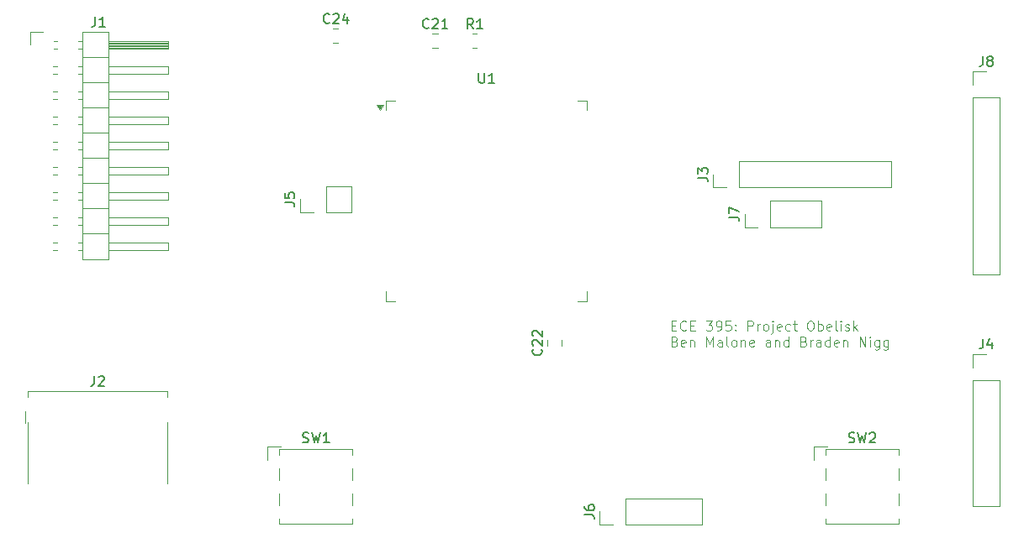
<source format=gbr>
%TF.GenerationSoftware,KiCad,Pcbnew,8.0.6*%
%TF.CreationDate,2024-11-07T17:09:19-06:00*%
%TF.ProjectId,CameraAI_PCB,43616d65-7261-4414-995f-5043422e6b69,rev?*%
%TF.SameCoordinates,Original*%
%TF.FileFunction,Legend,Top*%
%TF.FilePolarity,Positive*%
%FSLAX46Y46*%
G04 Gerber Fmt 4.6, Leading zero omitted, Abs format (unit mm)*
G04 Created by KiCad (PCBNEW 8.0.6) date 2024-11-07 17:09:19*
%MOMM*%
%LPD*%
G01*
G04 APERTURE LIST*
%ADD10C,0.100000*%
%ADD11C,0.150000*%
%ADD12C,0.120000*%
G04 APERTURE END LIST*
D10*
X157803884Y-83238665D02*
X158137217Y-83238665D01*
X158280074Y-83762475D02*
X157803884Y-83762475D01*
X157803884Y-83762475D02*
X157803884Y-82762475D01*
X157803884Y-82762475D02*
X158280074Y-82762475D01*
X159280074Y-83667236D02*
X159232455Y-83714856D01*
X159232455Y-83714856D02*
X159089598Y-83762475D01*
X159089598Y-83762475D02*
X158994360Y-83762475D01*
X158994360Y-83762475D02*
X158851503Y-83714856D01*
X158851503Y-83714856D02*
X158756265Y-83619617D01*
X158756265Y-83619617D02*
X158708646Y-83524379D01*
X158708646Y-83524379D02*
X158661027Y-83333903D01*
X158661027Y-83333903D02*
X158661027Y-83191046D01*
X158661027Y-83191046D02*
X158708646Y-83000570D01*
X158708646Y-83000570D02*
X158756265Y-82905332D01*
X158756265Y-82905332D02*
X158851503Y-82810094D01*
X158851503Y-82810094D02*
X158994360Y-82762475D01*
X158994360Y-82762475D02*
X159089598Y-82762475D01*
X159089598Y-82762475D02*
X159232455Y-82810094D01*
X159232455Y-82810094D02*
X159280074Y-82857713D01*
X159708646Y-83238665D02*
X160041979Y-83238665D01*
X160184836Y-83762475D02*
X159708646Y-83762475D01*
X159708646Y-83762475D02*
X159708646Y-82762475D01*
X159708646Y-82762475D02*
X160184836Y-82762475D01*
X161280075Y-82762475D02*
X161899122Y-82762475D01*
X161899122Y-82762475D02*
X161565789Y-83143427D01*
X161565789Y-83143427D02*
X161708646Y-83143427D01*
X161708646Y-83143427D02*
X161803884Y-83191046D01*
X161803884Y-83191046D02*
X161851503Y-83238665D01*
X161851503Y-83238665D02*
X161899122Y-83333903D01*
X161899122Y-83333903D02*
X161899122Y-83571998D01*
X161899122Y-83571998D02*
X161851503Y-83667236D01*
X161851503Y-83667236D02*
X161803884Y-83714856D01*
X161803884Y-83714856D02*
X161708646Y-83762475D01*
X161708646Y-83762475D02*
X161422932Y-83762475D01*
X161422932Y-83762475D02*
X161327694Y-83714856D01*
X161327694Y-83714856D02*
X161280075Y-83667236D01*
X162375313Y-83762475D02*
X162565789Y-83762475D01*
X162565789Y-83762475D02*
X162661027Y-83714856D01*
X162661027Y-83714856D02*
X162708646Y-83667236D01*
X162708646Y-83667236D02*
X162803884Y-83524379D01*
X162803884Y-83524379D02*
X162851503Y-83333903D01*
X162851503Y-83333903D02*
X162851503Y-82952951D01*
X162851503Y-82952951D02*
X162803884Y-82857713D01*
X162803884Y-82857713D02*
X162756265Y-82810094D01*
X162756265Y-82810094D02*
X162661027Y-82762475D01*
X162661027Y-82762475D02*
X162470551Y-82762475D01*
X162470551Y-82762475D02*
X162375313Y-82810094D01*
X162375313Y-82810094D02*
X162327694Y-82857713D01*
X162327694Y-82857713D02*
X162280075Y-82952951D01*
X162280075Y-82952951D02*
X162280075Y-83191046D01*
X162280075Y-83191046D02*
X162327694Y-83286284D01*
X162327694Y-83286284D02*
X162375313Y-83333903D01*
X162375313Y-83333903D02*
X162470551Y-83381522D01*
X162470551Y-83381522D02*
X162661027Y-83381522D01*
X162661027Y-83381522D02*
X162756265Y-83333903D01*
X162756265Y-83333903D02*
X162803884Y-83286284D01*
X162803884Y-83286284D02*
X162851503Y-83191046D01*
X163756265Y-82762475D02*
X163280075Y-82762475D01*
X163280075Y-82762475D02*
X163232456Y-83238665D01*
X163232456Y-83238665D02*
X163280075Y-83191046D01*
X163280075Y-83191046D02*
X163375313Y-83143427D01*
X163375313Y-83143427D02*
X163613408Y-83143427D01*
X163613408Y-83143427D02*
X163708646Y-83191046D01*
X163708646Y-83191046D02*
X163756265Y-83238665D01*
X163756265Y-83238665D02*
X163803884Y-83333903D01*
X163803884Y-83333903D02*
X163803884Y-83571998D01*
X163803884Y-83571998D02*
X163756265Y-83667236D01*
X163756265Y-83667236D02*
X163708646Y-83714856D01*
X163708646Y-83714856D02*
X163613408Y-83762475D01*
X163613408Y-83762475D02*
X163375313Y-83762475D01*
X163375313Y-83762475D02*
X163280075Y-83714856D01*
X163280075Y-83714856D02*
X163232456Y-83667236D01*
X164232456Y-83667236D02*
X164280075Y-83714856D01*
X164280075Y-83714856D02*
X164232456Y-83762475D01*
X164232456Y-83762475D02*
X164184837Y-83714856D01*
X164184837Y-83714856D02*
X164232456Y-83667236D01*
X164232456Y-83667236D02*
X164232456Y-83762475D01*
X164232456Y-83143427D02*
X164280075Y-83191046D01*
X164280075Y-83191046D02*
X164232456Y-83238665D01*
X164232456Y-83238665D02*
X164184837Y-83191046D01*
X164184837Y-83191046D02*
X164232456Y-83143427D01*
X164232456Y-83143427D02*
X164232456Y-83238665D01*
X165470551Y-83762475D02*
X165470551Y-82762475D01*
X165470551Y-82762475D02*
X165851503Y-82762475D01*
X165851503Y-82762475D02*
X165946741Y-82810094D01*
X165946741Y-82810094D02*
X165994360Y-82857713D01*
X165994360Y-82857713D02*
X166041979Y-82952951D01*
X166041979Y-82952951D02*
X166041979Y-83095808D01*
X166041979Y-83095808D02*
X165994360Y-83191046D01*
X165994360Y-83191046D02*
X165946741Y-83238665D01*
X165946741Y-83238665D02*
X165851503Y-83286284D01*
X165851503Y-83286284D02*
X165470551Y-83286284D01*
X166470551Y-83762475D02*
X166470551Y-83095808D01*
X166470551Y-83286284D02*
X166518170Y-83191046D01*
X166518170Y-83191046D02*
X166565789Y-83143427D01*
X166565789Y-83143427D02*
X166661027Y-83095808D01*
X166661027Y-83095808D02*
X166756265Y-83095808D01*
X167232456Y-83762475D02*
X167137218Y-83714856D01*
X167137218Y-83714856D02*
X167089599Y-83667236D01*
X167089599Y-83667236D02*
X167041980Y-83571998D01*
X167041980Y-83571998D02*
X167041980Y-83286284D01*
X167041980Y-83286284D02*
X167089599Y-83191046D01*
X167089599Y-83191046D02*
X167137218Y-83143427D01*
X167137218Y-83143427D02*
X167232456Y-83095808D01*
X167232456Y-83095808D02*
X167375313Y-83095808D01*
X167375313Y-83095808D02*
X167470551Y-83143427D01*
X167470551Y-83143427D02*
X167518170Y-83191046D01*
X167518170Y-83191046D02*
X167565789Y-83286284D01*
X167565789Y-83286284D02*
X167565789Y-83571998D01*
X167565789Y-83571998D02*
X167518170Y-83667236D01*
X167518170Y-83667236D02*
X167470551Y-83714856D01*
X167470551Y-83714856D02*
X167375313Y-83762475D01*
X167375313Y-83762475D02*
X167232456Y-83762475D01*
X167994361Y-83095808D02*
X167994361Y-83952951D01*
X167994361Y-83952951D02*
X167946742Y-84048189D01*
X167946742Y-84048189D02*
X167851504Y-84095808D01*
X167851504Y-84095808D02*
X167803885Y-84095808D01*
X167994361Y-82762475D02*
X167946742Y-82810094D01*
X167946742Y-82810094D02*
X167994361Y-82857713D01*
X167994361Y-82857713D02*
X168041980Y-82810094D01*
X168041980Y-82810094D02*
X167994361Y-82762475D01*
X167994361Y-82762475D02*
X167994361Y-82857713D01*
X168851503Y-83714856D02*
X168756265Y-83762475D01*
X168756265Y-83762475D02*
X168565789Y-83762475D01*
X168565789Y-83762475D02*
X168470551Y-83714856D01*
X168470551Y-83714856D02*
X168422932Y-83619617D01*
X168422932Y-83619617D02*
X168422932Y-83238665D01*
X168422932Y-83238665D02*
X168470551Y-83143427D01*
X168470551Y-83143427D02*
X168565789Y-83095808D01*
X168565789Y-83095808D02*
X168756265Y-83095808D01*
X168756265Y-83095808D02*
X168851503Y-83143427D01*
X168851503Y-83143427D02*
X168899122Y-83238665D01*
X168899122Y-83238665D02*
X168899122Y-83333903D01*
X168899122Y-83333903D02*
X168422932Y-83429141D01*
X169756265Y-83714856D02*
X169661027Y-83762475D01*
X169661027Y-83762475D02*
X169470551Y-83762475D01*
X169470551Y-83762475D02*
X169375313Y-83714856D01*
X169375313Y-83714856D02*
X169327694Y-83667236D01*
X169327694Y-83667236D02*
X169280075Y-83571998D01*
X169280075Y-83571998D02*
X169280075Y-83286284D01*
X169280075Y-83286284D02*
X169327694Y-83191046D01*
X169327694Y-83191046D02*
X169375313Y-83143427D01*
X169375313Y-83143427D02*
X169470551Y-83095808D01*
X169470551Y-83095808D02*
X169661027Y-83095808D01*
X169661027Y-83095808D02*
X169756265Y-83143427D01*
X170041980Y-83095808D02*
X170422932Y-83095808D01*
X170184837Y-82762475D02*
X170184837Y-83619617D01*
X170184837Y-83619617D02*
X170232456Y-83714856D01*
X170232456Y-83714856D02*
X170327694Y-83762475D01*
X170327694Y-83762475D02*
X170422932Y-83762475D01*
X171708647Y-82762475D02*
X171899123Y-82762475D01*
X171899123Y-82762475D02*
X171994361Y-82810094D01*
X171994361Y-82810094D02*
X172089599Y-82905332D01*
X172089599Y-82905332D02*
X172137218Y-83095808D01*
X172137218Y-83095808D02*
X172137218Y-83429141D01*
X172137218Y-83429141D02*
X172089599Y-83619617D01*
X172089599Y-83619617D02*
X171994361Y-83714856D01*
X171994361Y-83714856D02*
X171899123Y-83762475D01*
X171899123Y-83762475D02*
X171708647Y-83762475D01*
X171708647Y-83762475D02*
X171613409Y-83714856D01*
X171613409Y-83714856D02*
X171518171Y-83619617D01*
X171518171Y-83619617D02*
X171470552Y-83429141D01*
X171470552Y-83429141D02*
X171470552Y-83095808D01*
X171470552Y-83095808D02*
X171518171Y-82905332D01*
X171518171Y-82905332D02*
X171613409Y-82810094D01*
X171613409Y-82810094D02*
X171708647Y-82762475D01*
X172565790Y-83762475D02*
X172565790Y-82762475D01*
X172565790Y-83143427D02*
X172661028Y-83095808D01*
X172661028Y-83095808D02*
X172851504Y-83095808D01*
X172851504Y-83095808D02*
X172946742Y-83143427D01*
X172946742Y-83143427D02*
X172994361Y-83191046D01*
X172994361Y-83191046D02*
X173041980Y-83286284D01*
X173041980Y-83286284D02*
X173041980Y-83571998D01*
X173041980Y-83571998D02*
X172994361Y-83667236D01*
X172994361Y-83667236D02*
X172946742Y-83714856D01*
X172946742Y-83714856D02*
X172851504Y-83762475D01*
X172851504Y-83762475D02*
X172661028Y-83762475D01*
X172661028Y-83762475D02*
X172565790Y-83714856D01*
X173851504Y-83714856D02*
X173756266Y-83762475D01*
X173756266Y-83762475D02*
X173565790Y-83762475D01*
X173565790Y-83762475D02*
X173470552Y-83714856D01*
X173470552Y-83714856D02*
X173422933Y-83619617D01*
X173422933Y-83619617D02*
X173422933Y-83238665D01*
X173422933Y-83238665D02*
X173470552Y-83143427D01*
X173470552Y-83143427D02*
X173565790Y-83095808D01*
X173565790Y-83095808D02*
X173756266Y-83095808D01*
X173756266Y-83095808D02*
X173851504Y-83143427D01*
X173851504Y-83143427D02*
X173899123Y-83238665D01*
X173899123Y-83238665D02*
X173899123Y-83333903D01*
X173899123Y-83333903D02*
X173422933Y-83429141D01*
X174470552Y-83762475D02*
X174375314Y-83714856D01*
X174375314Y-83714856D02*
X174327695Y-83619617D01*
X174327695Y-83619617D02*
X174327695Y-82762475D01*
X174851505Y-83762475D02*
X174851505Y-83095808D01*
X174851505Y-82762475D02*
X174803886Y-82810094D01*
X174803886Y-82810094D02*
X174851505Y-82857713D01*
X174851505Y-82857713D02*
X174899124Y-82810094D01*
X174899124Y-82810094D02*
X174851505Y-82762475D01*
X174851505Y-82762475D02*
X174851505Y-82857713D01*
X175280076Y-83714856D02*
X175375314Y-83762475D01*
X175375314Y-83762475D02*
X175565790Y-83762475D01*
X175565790Y-83762475D02*
X175661028Y-83714856D01*
X175661028Y-83714856D02*
X175708647Y-83619617D01*
X175708647Y-83619617D02*
X175708647Y-83571998D01*
X175708647Y-83571998D02*
X175661028Y-83476760D01*
X175661028Y-83476760D02*
X175565790Y-83429141D01*
X175565790Y-83429141D02*
X175422933Y-83429141D01*
X175422933Y-83429141D02*
X175327695Y-83381522D01*
X175327695Y-83381522D02*
X175280076Y-83286284D01*
X175280076Y-83286284D02*
X175280076Y-83238665D01*
X175280076Y-83238665D02*
X175327695Y-83143427D01*
X175327695Y-83143427D02*
X175422933Y-83095808D01*
X175422933Y-83095808D02*
X175565790Y-83095808D01*
X175565790Y-83095808D02*
X175661028Y-83143427D01*
X176137219Y-83762475D02*
X176137219Y-82762475D01*
X176232457Y-83381522D02*
X176518171Y-83762475D01*
X176518171Y-83095808D02*
X176137219Y-83476760D01*
X158137217Y-84848609D02*
X158280074Y-84896228D01*
X158280074Y-84896228D02*
X158327693Y-84943847D01*
X158327693Y-84943847D02*
X158375312Y-85039085D01*
X158375312Y-85039085D02*
X158375312Y-85181942D01*
X158375312Y-85181942D02*
X158327693Y-85277180D01*
X158327693Y-85277180D02*
X158280074Y-85324800D01*
X158280074Y-85324800D02*
X158184836Y-85372419D01*
X158184836Y-85372419D02*
X157803884Y-85372419D01*
X157803884Y-85372419D02*
X157803884Y-84372419D01*
X157803884Y-84372419D02*
X158137217Y-84372419D01*
X158137217Y-84372419D02*
X158232455Y-84420038D01*
X158232455Y-84420038D02*
X158280074Y-84467657D01*
X158280074Y-84467657D02*
X158327693Y-84562895D01*
X158327693Y-84562895D02*
X158327693Y-84658133D01*
X158327693Y-84658133D02*
X158280074Y-84753371D01*
X158280074Y-84753371D02*
X158232455Y-84800990D01*
X158232455Y-84800990D02*
X158137217Y-84848609D01*
X158137217Y-84848609D02*
X157803884Y-84848609D01*
X159184836Y-85324800D02*
X159089598Y-85372419D01*
X159089598Y-85372419D02*
X158899122Y-85372419D01*
X158899122Y-85372419D02*
X158803884Y-85324800D01*
X158803884Y-85324800D02*
X158756265Y-85229561D01*
X158756265Y-85229561D02*
X158756265Y-84848609D01*
X158756265Y-84848609D02*
X158803884Y-84753371D01*
X158803884Y-84753371D02*
X158899122Y-84705752D01*
X158899122Y-84705752D02*
X159089598Y-84705752D01*
X159089598Y-84705752D02*
X159184836Y-84753371D01*
X159184836Y-84753371D02*
X159232455Y-84848609D01*
X159232455Y-84848609D02*
X159232455Y-84943847D01*
X159232455Y-84943847D02*
X158756265Y-85039085D01*
X159661027Y-84705752D02*
X159661027Y-85372419D01*
X159661027Y-84800990D02*
X159708646Y-84753371D01*
X159708646Y-84753371D02*
X159803884Y-84705752D01*
X159803884Y-84705752D02*
X159946741Y-84705752D01*
X159946741Y-84705752D02*
X160041979Y-84753371D01*
X160041979Y-84753371D02*
X160089598Y-84848609D01*
X160089598Y-84848609D02*
X160089598Y-85372419D01*
X161327694Y-85372419D02*
X161327694Y-84372419D01*
X161327694Y-84372419D02*
X161661027Y-85086704D01*
X161661027Y-85086704D02*
X161994360Y-84372419D01*
X161994360Y-84372419D02*
X161994360Y-85372419D01*
X162899122Y-85372419D02*
X162899122Y-84848609D01*
X162899122Y-84848609D02*
X162851503Y-84753371D01*
X162851503Y-84753371D02*
X162756265Y-84705752D01*
X162756265Y-84705752D02*
X162565789Y-84705752D01*
X162565789Y-84705752D02*
X162470551Y-84753371D01*
X162899122Y-85324800D02*
X162803884Y-85372419D01*
X162803884Y-85372419D02*
X162565789Y-85372419D01*
X162565789Y-85372419D02*
X162470551Y-85324800D01*
X162470551Y-85324800D02*
X162422932Y-85229561D01*
X162422932Y-85229561D02*
X162422932Y-85134323D01*
X162422932Y-85134323D02*
X162470551Y-85039085D01*
X162470551Y-85039085D02*
X162565789Y-84991466D01*
X162565789Y-84991466D02*
X162803884Y-84991466D01*
X162803884Y-84991466D02*
X162899122Y-84943847D01*
X163518170Y-85372419D02*
X163422932Y-85324800D01*
X163422932Y-85324800D02*
X163375313Y-85229561D01*
X163375313Y-85229561D02*
X163375313Y-84372419D01*
X164041980Y-85372419D02*
X163946742Y-85324800D01*
X163946742Y-85324800D02*
X163899123Y-85277180D01*
X163899123Y-85277180D02*
X163851504Y-85181942D01*
X163851504Y-85181942D02*
X163851504Y-84896228D01*
X163851504Y-84896228D02*
X163899123Y-84800990D01*
X163899123Y-84800990D02*
X163946742Y-84753371D01*
X163946742Y-84753371D02*
X164041980Y-84705752D01*
X164041980Y-84705752D02*
X164184837Y-84705752D01*
X164184837Y-84705752D02*
X164280075Y-84753371D01*
X164280075Y-84753371D02*
X164327694Y-84800990D01*
X164327694Y-84800990D02*
X164375313Y-84896228D01*
X164375313Y-84896228D02*
X164375313Y-85181942D01*
X164375313Y-85181942D02*
X164327694Y-85277180D01*
X164327694Y-85277180D02*
X164280075Y-85324800D01*
X164280075Y-85324800D02*
X164184837Y-85372419D01*
X164184837Y-85372419D02*
X164041980Y-85372419D01*
X164803885Y-84705752D02*
X164803885Y-85372419D01*
X164803885Y-84800990D02*
X164851504Y-84753371D01*
X164851504Y-84753371D02*
X164946742Y-84705752D01*
X164946742Y-84705752D02*
X165089599Y-84705752D01*
X165089599Y-84705752D02*
X165184837Y-84753371D01*
X165184837Y-84753371D02*
X165232456Y-84848609D01*
X165232456Y-84848609D02*
X165232456Y-85372419D01*
X166089599Y-85324800D02*
X165994361Y-85372419D01*
X165994361Y-85372419D02*
X165803885Y-85372419D01*
X165803885Y-85372419D02*
X165708647Y-85324800D01*
X165708647Y-85324800D02*
X165661028Y-85229561D01*
X165661028Y-85229561D02*
X165661028Y-84848609D01*
X165661028Y-84848609D02*
X165708647Y-84753371D01*
X165708647Y-84753371D02*
X165803885Y-84705752D01*
X165803885Y-84705752D02*
X165994361Y-84705752D01*
X165994361Y-84705752D02*
X166089599Y-84753371D01*
X166089599Y-84753371D02*
X166137218Y-84848609D01*
X166137218Y-84848609D02*
X166137218Y-84943847D01*
X166137218Y-84943847D02*
X165661028Y-85039085D01*
X167756266Y-85372419D02*
X167756266Y-84848609D01*
X167756266Y-84848609D02*
X167708647Y-84753371D01*
X167708647Y-84753371D02*
X167613409Y-84705752D01*
X167613409Y-84705752D02*
X167422933Y-84705752D01*
X167422933Y-84705752D02*
X167327695Y-84753371D01*
X167756266Y-85324800D02*
X167661028Y-85372419D01*
X167661028Y-85372419D02*
X167422933Y-85372419D01*
X167422933Y-85372419D02*
X167327695Y-85324800D01*
X167327695Y-85324800D02*
X167280076Y-85229561D01*
X167280076Y-85229561D02*
X167280076Y-85134323D01*
X167280076Y-85134323D02*
X167327695Y-85039085D01*
X167327695Y-85039085D02*
X167422933Y-84991466D01*
X167422933Y-84991466D02*
X167661028Y-84991466D01*
X167661028Y-84991466D02*
X167756266Y-84943847D01*
X168232457Y-84705752D02*
X168232457Y-85372419D01*
X168232457Y-84800990D02*
X168280076Y-84753371D01*
X168280076Y-84753371D02*
X168375314Y-84705752D01*
X168375314Y-84705752D02*
X168518171Y-84705752D01*
X168518171Y-84705752D02*
X168613409Y-84753371D01*
X168613409Y-84753371D02*
X168661028Y-84848609D01*
X168661028Y-84848609D02*
X168661028Y-85372419D01*
X169565790Y-85372419D02*
X169565790Y-84372419D01*
X169565790Y-85324800D02*
X169470552Y-85372419D01*
X169470552Y-85372419D02*
X169280076Y-85372419D01*
X169280076Y-85372419D02*
X169184838Y-85324800D01*
X169184838Y-85324800D02*
X169137219Y-85277180D01*
X169137219Y-85277180D02*
X169089600Y-85181942D01*
X169089600Y-85181942D02*
X169089600Y-84896228D01*
X169089600Y-84896228D02*
X169137219Y-84800990D01*
X169137219Y-84800990D02*
X169184838Y-84753371D01*
X169184838Y-84753371D02*
X169280076Y-84705752D01*
X169280076Y-84705752D02*
X169470552Y-84705752D01*
X169470552Y-84705752D02*
X169565790Y-84753371D01*
X171137219Y-84848609D02*
X171280076Y-84896228D01*
X171280076Y-84896228D02*
X171327695Y-84943847D01*
X171327695Y-84943847D02*
X171375314Y-85039085D01*
X171375314Y-85039085D02*
X171375314Y-85181942D01*
X171375314Y-85181942D02*
X171327695Y-85277180D01*
X171327695Y-85277180D02*
X171280076Y-85324800D01*
X171280076Y-85324800D02*
X171184838Y-85372419D01*
X171184838Y-85372419D02*
X170803886Y-85372419D01*
X170803886Y-85372419D02*
X170803886Y-84372419D01*
X170803886Y-84372419D02*
X171137219Y-84372419D01*
X171137219Y-84372419D02*
X171232457Y-84420038D01*
X171232457Y-84420038D02*
X171280076Y-84467657D01*
X171280076Y-84467657D02*
X171327695Y-84562895D01*
X171327695Y-84562895D02*
X171327695Y-84658133D01*
X171327695Y-84658133D02*
X171280076Y-84753371D01*
X171280076Y-84753371D02*
X171232457Y-84800990D01*
X171232457Y-84800990D02*
X171137219Y-84848609D01*
X171137219Y-84848609D02*
X170803886Y-84848609D01*
X171803886Y-85372419D02*
X171803886Y-84705752D01*
X171803886Y-84896228D02*
X171851505Y-84800990D01*
X171851505Y-84800990D02*
X171899124Y-84753371D01*
X171899124Y-84753371D02*
X171994362Y-84705752D01*
X171994362Y-84705752D02*
X172089600Y-84705752D01*
X172851505Y-85372419D02*
X172851505Y-84848609D01*
X172851505Y-84848609D02*
X172803886Y-84753371D01*
X172803886Y-84753371D02*
X172708648Y-84705752D01*
X172708648Y-84705752D02*
X172518172Y-84705752D01*
X172518172Y-84705752D02*
X172422934Y-84753371D01*
X172851505Y-85324800D02*
X172756267Y-85372419D01*
X172756267Y-85372419D02*
X172518172Y-85372419D01*
X172518172Y-85372419D02*
X172422934Y-85324800D01*
X172422934Y-85324800D02*
X172375315Y-85229561D01*
X172375315Y-85229561D02*
X172375315Y-85134323D01*
X172375315Y-85134323D02*
X172422934Y-85039085D01*
X172422934Y-85039085D02*
X172518172Y-84991466D01*
X172518172Y-84991466D02*
X172756267Y-84991466D01*
X172756267Y-84991466D02*
X172851505Y-84943847D01*
X173756267Y-85372419D02*
X173756267Y-84372419D01*
X173756267Y-85324800D02*
X173661029Y-85372419D01*
X173661029Y-85372419D02*
X173470553Y-85372419D01*
X173470553Y-85372419D02*
X173375315Y-85324800D01*
X173375315Y-85324800D02*
X173327696Y-85277180D01*
X173327696Y-85277180D02*
X173280077Y-85181942D01*
X173280077Y-85181942D02*
X173280077Y-84896228D01*
X173280077Y-84896228D02*
X173327696Y-84800990D01*
X173327696Y-84800990D02*
X173375315Y-84753371D01*
X173375315Y-84753371D02*
X173470553Y-84705752D01*
X173470553Y-84705752D02*
X173661029Y-84705752D01*
X173661029Y-84705752D02*
X173756267Y-84753371D01*
X174613410Y-85324800D02*
X174518172Y-85372419D01*
X174518172Y-85372419D02*
X174327696Y-85372419D01*
X174327696Y-85372419D02*
X174232458Y-85324800D01*
X174232458Y-85324800D02*
X174184839Y-85229561D01*
X174184839Y-85229561D02*
X174184839Y-84848609D01*
X174184839Y-84848609D02*
X174232458Y-84753371D01*
X174232458Y-84753371D02*
X174327696Y-84705752D01*
X174327696Y-84705752D02*
X174518172Y-84705752D01*
X174518172Y-84705752D02*
X174613410Y-84753371D01*
X174613410Y-84753371D02*
X174661029Y-84848609D01*
X174661029Y-84848609D02*
X174661029Y-84943847D01*
X174661029Y-84943847D02*
X174184839Y-85039085D01*
X175089601Y-84705752D02*
X175089601Y-85372419D01*
X175089601Y-84800990D02*
X175137220Y-84753371D01*
X175137220Y-84753371D02*
X175232458Y-84705752D01*
X175232458Y-84705752D02*
X175375315Y-84705752D01*
X175375315Y-84705752D02*
X175470553Y-84753371D01*
X175470553Y-84753371D02*
X175518172Y-84848609D01*
X175518172Y-84848609D02*
X175518172Y-85372419D01*
X176756268Y-85372419D02*
X176756268Y-84372419D01*
X176756268Y-84372419D02*
X177327696Y-85372419D01*
X177327696Y-85372419D02*
X177327696Y-84372419D01*
X177803887Y-85372419D02*
X177803887Y-84705752D01*
X177803887Y-84372419D02*
X177756268Y-84420038D01*
X177756268Y-84420038D02*
X177803887Y-84467657D01*
X177803887Y-84467657D02*
X177851506Y-84420038D01*
X177851506Y-84420038D02*
X177803887Y-84372419D01*
X177803887Y-84372419D02*
X177803887Y-84467657D01*
X178708648Y-84705752D02*
X178708648Y-85515276D01*
X178708648Y-85515276D02*
X178661029Y-85610514D01*
X178661029Y-85610514D02*
X178613410Y-85658133D01*
X178613410Y-85658133D02*
X178518172Y-85705752D01*
X178518172Y-85705752D02*
X178375315Y-85705752D01*
X178375315Y-85705752D02*
X178280077Y-85658133D01*
X178708648Y-85324800D02*
X178613410Y-85372419D01*
X178613410Y-85372419D02*
X178422934Y-85372419D01*
X178422934Y-85372419D02*
X178327696Y-85324800D01*
X178327696Y-85324800D02*
X178280077Y-85277180D01*
X178280077Y-85277180D02*
X178232458Y-85181942D01*
X178232458Y-85181942D02*
X178232458Y-84896228D01*
X178232458Y-84896228D02*
X178280077Y-84800990D01*
X178280077Y-84800990D02*
X178327696Y-84753371D01*
X178327696Y-84753371D02*
X178422934Y-84705752D01*
X178422934Y-84705752D02*
X178613410Y-84705752D01*
X178613410Y-84705752D02*
X178708648Y-84753371D01*
X179613410Y-84705752D02*
X179613410Y-85515276D01*
X179613410Y-85515276D02*
X179565791Y-85610514D01*
X179565791Y-85610514D02*
X179518172Y-85658133D01*
X179518172Y-85658133D02*
X179422934Y-85705752D01*
X179422934Y-85705752D02*
X179280077Y-85705752D01*
X179280077Y-85705752D02*
X179184839Y-85658133D01*
X179613410Y-85324800D02*
X179518172Y-85372419D01*
X179518172Y-85372419D02*
X179327696Y-85372419D01*
X179327696Y-85372419D02*
X179232458Y-85324800D01*
X179232458Y-85324800D02*
X179184839Y-85277180D01*
X179184839Y-85277180D02*
X179137220Y-85181942D01*
X179137220Y-85181942D02*
X179137220Y-84896228D01*
X179137220Y-84896228D02*
X179184839Y-84800990D01*
X179184839Y-84800990D02*
X179232458Y-84753371D01*
X179232458Y-84753371D02*
X179327696Y-84705752D01*
X179327696Y-84705752D02*
X179518172Y-84705752D01*
X179518172Y-84705752D02*
X179613410Y-84753371D01*
D11*
X99781666Y-52104819D02*
X99781666Y-52819104D01*
X99781666Y-52819104D02*
X99734047Y-52961961D01*
X99734047Y-52961961D02*
X99638809Y-53057200D01*
X99638809Y-53057200D02*
X99495952Y-53104819D01*
X99495952Y-53104819D02*
X99400714Y-53104819D01*
X100781666Y-53104819D02*
X100210238Y-53104819D01*
X100495952Y-53104819D02*
X100495952Y-52104819D01*
X100495952Y-52104819D02*
X100400714Y-52247676D01*
X100400714Y-52247676D02*
X100305476Y-52342914D01*
X100305476Y-52342914D02*
X100210238Y-52390533D01*
X137833333Y-53304819D02*
X137500000Y-52828628D01*
X137261905Y-53304819D02*
X137261905Y-52304819D01*
X137261905Y-52304819D02*
X137642857Y-52304819D01*
X137642857Y-52304819D02*
X137738095Y-52352438D01*
X137738095Y-52352438D02*
X137785714Y-52400057D01*
X137785714Y-52400057D02*
X137833333Y-52495295D01*
X137833333Y-52495295D02*
X137833333Y-52638152D01*
X137833333Y-52638152D02*
X137785714Y-52733390D01*
X137785714Y-52733390D02*
X137738095Y-52781009D01*
X137738095Y-52781009D02*
X137642857Y-52828628D01*
X137642857Y-52828628D02*
X137261905Y-52828628D01*
X138785714Y-53304819D02*
X138214286Y-53304819D01*
X138500000Y-53304819D02*
X138500000Y-52304819D01*
X138500000Y-52304819D02*
X138404762Y-52447676D01*
X138404762Y-52447676D02*
X138309524Y-52542914D01*
X138309524Y-52542914D02*
X138214286Y-52590533D01*
X160464819Y-68333333D02*
X161179104Y-68333333D01*
X161179104Y-68333333D02*
X161321961Y-68380952D01*
X161321961Y-68380952D02*
X161417200Y-68476190D01*
X161417200Y-68476190D02*
X161464819Y-68619047D01*
X161464819Y-68619047D02*
X161464819Y-68714285D01*
X160464819Y-67952380D02*
X160464819Y-67333333D01*
X160464819Y-67333333D02*
X160845771Y-67666666D01*
X160845771Y-67666666D02*
X160845771Y-67523809D01*
X160845771Y-67523809D02*
X160893390Y-67428571D01*
X160893390Y-67428571D02*
X160941009Y-67380952D01*
X160941009Y-67380952D02*
X161036247Y-67333333D01*
X161036247Y-67333333D02*
X161274342Y-67333333D01*
X161274342Y-67333333D02*
X161369580Y-67380952D01*
X161369580Y-67380952D02*
X161417200Y-67428571D01*
X161417200Y-67428571D02*
X161464819Y-67523809D01*
X161464819Y-67523809D02*
X161464819Y-67809523D01*
X161464819Y-67809523D02*
X161417200Y-67904761D01*
X161417200Y-67904761D02*
X161369580Y-67952380D01*
X144679580Y-85642857D02*
X144727200Y-85690476D01*
X144727200Y-85690476D02*
X144774819Y-85833333D01*
X144774819Y-85833333D02*
X144774819Y-85928571D01*
X144774819Y-85928571D02*
X144727200Y-86071428D01*
X144727200Y-86071428D02*
X144631961Y-86166666D01*
X144631961Y-86166666D02*
X144536723Y-86214285D01*
X144536723Y-86214285D02*
X144346247Y-86261904D01*
X144346247Y-86261904D02*
X144203390Y-86261904D01*
X144203390Y-86261904D02*
X144012914Y-86214285D01*
X144012914Y-86214285D02*
X143917676Y-86166666D01*
X143917676Y-86166666D02*
X143822438Y-86071428D01*
X143822438Y-86071428D02*
X143774819Y-85928571D01*
X143774819Y-85928571D02*
X143774819Y-85833333D01*
X143774819Y-85833333D02*
X143822438Y-85690476D01*
X143822438Y-85690476D02*
X143870057Y-85642857D01*
X143870057Y-85261904D02*
X143822438Y-85214285D01*
X143822438Y-85214285D02*
X143774819Y-85119047D01*
X143774819Y-85119047D02*
X143774819Y-84880952D01*
X143774819Y-84880952D02*
X143822438Y-84785714D01*
X143822438Y-84785714D02*
X143870057Y-84738095D01*
X143870057Y-84738095D02*
X143965295Y-84690476D01*
X143965295Y-84690476D02*
X144060533Y-84690476D01*
X144060533Y-84690476D02*
X144203390Y-84738095D01*
X144203390Y-84738095D02*
X144774819Y-85309523D01*
X144774819Y-85309523D02*
X144774819Y-84690476D01*
X143870057Y-84309523D02*
X143822438Y-84261904D01*
X143822438Y-84261904D02*
X143774819Y-84166666D01*
X143774819Y-84166666D02*
X143774819Y-83928571D01*
X143774819Y-83928571D02*
X143822438Y-83833333D01*
X143822438Y-83833333D02*
X143870057Y-83785714D01*
X143870057Y-83785714D02*
X143965295Y-83738095D01*
X143965295Y-83738095D02*
X144060533Y-83738095D01*
X144060533Y-83738095D02*
X144203390Y-83785714D01*
X144203390Y-83785714D02*
X144774819Y-84357142D01*
X144774819Y-84357142D02*
X144774819Y-83738095D01*
X149044819Y-102333333D02*
X149759104Y-102333333D01*
X149759104Y-102333333D02*
X149901961Y-102380952D01*
X149901961Y-102380952D02*
X149997200Y-102476190D01*
X149997200Y-102476190D02*
X150044819Y-102619047D01*
X150044819Y-102619047D02*
X150044819Y-102714285D01*
X149044819Y-101428571D02*
X149044819Y-101619047D01*
X149044819Y-101619047D02*
X149092438Y-101714285D01*
X149092438Y-101714285D02*
X149140057Y-101761904D01*
X149140057Y-101761904D02*
X149282914Y-101857142D01*
X149282914Y-101857142D02*
X149473390Y-101904761D01*
X149473390Y-101904761D02*
X149854342Y-101904761D01*
X149854342Y-101904761D02*
X149949580Y-101857142D01*
X149949580Y-101857142D02*
X149997200Y-101809523D01*
X149997200Y-101809523D02*
X150044819Y-101714285D01*
X150044819Y-101714285D02*
X150044819Y-101523809D01*
X150044819Y-101523809D02*
X149997200Y-101428571D01*
X149997200Y-101428571D02*
X149949580Y-101380952D01*
X149949580Y-101380952D02*
X149854342Y-101333333D01*
X149854342Y-101333333D02*
X149616247Y-101333333D01*
X149616247Y-101333333D02*
X149521009Y-101380952D01*
X149521009Y-101380952D02*
X149473390Y-101428571D01*
X149473390Y-101428571D02*
X149425771Y-101523809D01*
X149425771Y-101523809D02*
X149425771Y-101714285D01*
X149425771Y-101714285D02*
X149473390Y-101809523D01*
X149473390Y-101809523D02*
X149521009Y-101857142D01*
X149521009Y-101857142D02*
X149616247Y-101904761D01*
X120666667Y-95007200D02*
X120809524Y-95054819D01*
X120809524Y-95054819D02*
X121047619Y-95054819D01*
X121047619Y-95054819D02*
X121142857Y-95007200D01*
X121142857Y-95007200D02*
X121190476Y-94959580D01*
X121190476Y-94959580D02*
X121238095Y-94864342D01*
X121238095Y-94864342D02*
X121238095Y-94769104D01*
X121238095Y-94769104D02*
X121190476Y-94673866D01*
X121190476Y-94673866D02*
X121142857Y-94626247D01*
X121142857Y-94626247D02*
X121047619Y-94578628D01*
X121047619Y-94578628D02*
X120857143Y-94531009D01*
X120857143Y-94531009D02*
X120761905Y-94483390D01*
X120761905Y-94483390D02*
X120714286Y-94435771D01*
X120714286Y-94435771D02*
X120666667Y-94340533D01*
X120666667Y-94340533D02*
X120666667Y-94245295D01*
X120666667Y-94245295D02*
X120714286Y-94150057D01*
X120714286Y-94150057D02*
X120761905Y-94102438D01*
X120761905Y-94102438D02*
X120857143Y-94054819D01*
X120857143Y-94054819D02*
X121095238Y-94054819D01*
X121095238Y-94054819D02*
X121238095Y-94102438D01*
X121571429Y-94054819D02*
X121809524Y-95054819D01*
X121809524Y-95054819D02*
X122000000Y-94340533D01*
X122000000Y-94340533D02*
X122190476Y-95054819D01*
X122190476Y-95054819D02*
X122428572Y-94054819D01*
X123333333Y-95054819D02*
X122761905Y-95054819D01*
X123047619Y-95054819D02*
X123047619Y-94054819D01*
X123047619Y-94054819D02*
X122952381Y-94197676D01*
X122952381Y-94197676D02*
X122857143Y-94292914D01*
X122857143Y-94292914D02*
X122761905Y-94340533D01*
X99666666Y-88354819D02*
X99666666Y-89069104D01*
X99666666Y-89069104D02*
X99619047Y-89211961D01*
X99619047Y-89211961D02*
X99523809Y-89307200D01*
X99523809Y-89307200D02*
X99380952Y-89354819D01*
X99380952Y-89354819D02*
X99285714Y-89354819D01*
X100095238Y-88450057D02*
X100142857Y-88402438D01*
X100142857Y-88402438D02*
X100238095Y-88354819D01*
X100238095Y-88354819D02*
X100476190Y-88354819D01*
X100476190Y-88354819D02*
X100571428Y-88402438D01*
X100571428Y-88402438D02*
X100619047Y-88450057D01*
X100619047Y-88450057D02*
X100666666Y-88545295D01*
X100666666Y-88545295D02*
X100666666Y-88640533D01*
X100666666Y-88640533D02*
X100619047Y-88783390D01*
X100619047Y-88783390D02*
X100047619Y-89354819D01*
X100047619Y-89354819D02*
X100666666Y-89354819D01*
X163624819Y-72333333D02*
X164339104Y-72333333D01*
X164339104Y-72333333D02*
X164481961Y-72380952D01*
X164481961Y-72380952D02*
X164577200Y-72476190D01*
X164577200Y-72476190D02*
X164624819Y-72619047D01*
X164624819Y-72619047D02*
X164624819Y-72714285D01*
X163624819Y-71952380D02*
X163624819Y-71285714D01*
X163624819Y-71285714D02*
X164624819Y-71714285D01*
X123357142Y-52679580D02*
X123309523Y-52727200D01*
X123309523Y-52727200D02*
X123166666Y-52774819D01*
X123166666Y-52774819D02*
X123071428Y-52774819D01*
X123071428Y-52774819D02*
X122928571Y-52727200D01*
X122928571Y-52727200D02*
X122833333Y-52631961D01*
X122833333Y-52631961D02*
X122785714Y-52536723D01*
X122785714Y-52536723D02*
X122738095Y-52346247D01*
X122738095Y-52346247D02*
X122738095Y-52203390D01*
X122738095Y-52203390D02*
X122785714Y-52012914D01*
X122785714Y-52012914D02*
X122833333Y-51917676D01*
X122833333Y-51917676D02*
X122928571Y-51822438D01*
X122928571Y-51822438D02*
X123071428Y-51774819D01*
X123071428Y-51774819D02*
X123166666Y-51774819D01*
X123166666Y-51774819D02*
X123309523Y-51822438D01*
X123309523Y-51822438D02*
X123357142Y-51870057D01*
X123738095Y-51870057D02*
X123785714Y-51822438D01*
X123785714Y-51822438D02*
X123880952Y-51774819D01*
X123880952Y-51774819D02*
X124119047Y-51774819D01*
X124119047Y-51774819D02*
X124214285Y-51822438D01*
X124214285Y-51822438D02*
X124261904Y-51870057D01*
X124261904Y-51870057D02*
X124309523Y-51965295D01*
X124309523Y-51965295D02*
X124309523Y-52060533D01*
X124309523Y-52060533D02*
X124261904Y-52203390D01*
X124261904Y-52203390D02*
X123690476Y-52774819D01*
X123690476Y-52774819D02*
X124309523Y-52774819D01*
X125166666Y-52108152D02*
X125166666Y-52774819D01*
X124928571Y-51727200D02*
X124690476Y-52441485D01*
X124690476Y-52441485D02*
X125309523Y-52441485D01*
X175666667Y-95007200D02*
X175809524Y-95054819D01*
X175809524Y-95054819D02*
X176047619Y-95054819D01*
X176047619Y-95054819D02*
X176142857Y-95007200D01*
X176142857Y-95007200D02*
X176190476Y-94959580D01*
X176190476Y-94959580D02*
X176238095Y-94864342D01*
X176238095Y-94864342D02*
X176238095Y-94769104D01*
X176238095Y-94769104D02*
X176190476Y-94673866D01*
X176190476Y-94673866D02*
X176142857Y-94626247D01*
X176142857Y-94626247D02*
X176047619Y-94578628D01*
X176047619Y-94578628D02*
X175857143Y-94531009D01*
X175857143Y-94531009D02*
X175761905Y-94483390D01*
X175761905Y-94483390D02*
X175714286Y-94435771D01*
X175714286Y-94435771D02*
X175666667Y-94340533D01*
X175666667Y-94340533D02*
X175666667Y-94245295D01*
X175666667Y-94245295D02*
X175714286Y-94150057D01*
X175714286Y-94150057D02*
X175761905Y-94102438D01*
X175761905Y-94102438D02*
X175857143Y-94054819D01*
X175857143Y-94054819D02*
X176095238Y-94054819D01*
X176095238Y-94054819D02*
X176238095Y-94102438D01*
X176571429Y-94054819D02*
X176809524Y-95054819D01*
X176809524Y-95054819D02*
X177000000Y-94340533D01*
X177000000Y-94340533D02*
X177190476Y-95054819D01*
X177190476Y-95054819D02*
X177428572Y-94054819D01*
X177761905Y-94150057D02*
X177809524Y-94102438D01*
X177809524Y-94102438D02*
X177904762Y-94054819D01*
X177904762Y-94054819D02*
X178142857Y-94054819D01*
X178142857Y-94054819D02*
X178238095Y-94102438D01*
X178238095Y-94102438D02*
X178285714Y-94150057D01*
X178285714Y-94150057D02*
X178333333Y-94245295D01*
X178333333Y-94245295D02*
X178333333Y-94340533D01*
X178333333Y-94340533D02*
X178285714Y-94483390D01*
X178285714Y-94483390D02*
X177714286Y-95054819D01*
X177714286Y-95054819D02*
X178333333Y-95054819D01*
X118849819Y-70833333D02*
X119564104Y-70833333D01*
X119564104Y-70833333D02*
X119706961Y-70880952D01*
X119706961Y-70880952D02*
X119802200Y-70976190D01*
X119802200Y-70976190D02*
X119849819Y-71119047D01*
X119849819Y-71119047D02*
X119849819Y-71214285D01*
X118849819Y-69880952D02*
X118849819Y-70357142D01*
X118849819Y-70357142D02*
X119326009Y-70404761D01*
X119326009Y-70404761D02*
X119278390Y-70357142D01*
X119278390Y-70357142D02*
X119230771Y-70261904D01*
X119230771Y-70261904D02*
X119230771Y-70023809D01*
X119230771Y-70023809D02*
X119278390Y-69928571D01*
X119278390Y-69928571D02*
X119326009Y-69880952D01*
X119326009Y-69880952D02*
X119421247Y-69833333D01*
X119421247Y-69833333D02*
X119659342Y-69833333D01*
X119659342Y-69833333D02*
X119754580Y-69880952D01*
X119754580Y-69880952D02*
X119802200Y-69928571D01*
X119802200Y-69928571D02*
X119849819Y-70023809D01*
X119849819Y-70023809D02*
X119849819Y-70261904D01*
X119849819Y-70261904D02*
X119802200Y-70357142D01*
X119802200Y-70357142D02*
X119754580Y-70404761D01*
X189166666Y-56084819D02*
X189166666Y-56799104D01*
X189166666Y-56799104D02*
X189119047Y-56941961D01*
X189119047Y-56941961D02*
X189023809Y-57037200D01*
X189023809Y-57037200D02*
X188880952Y-57084819D01*
X188880952Y-57084819D02*
X188785714Y-57084819D01*
X189785714Y-56513390D02*
X189690476Y-56465771D01*
X189690476Y-56465771D02*
X189642857Y-56418152D01*
X189642857Y-56418152D02*
X189595238Y-56322914D01*
X189595238Y-56322914D02*
X189595238Y-56275295D01*
X189595238Y-56275295D02*
X189642857Y-56180057D01*
X189642857Y-56180057D02*
X189690476Y-56132438D01*
X189690476Y-56132438D02*
X189785714Y-56084819D01*
X189785714Y-56084819D02*
X189976190Y-56084819D01*
X189976190Y-56084819D02*
X190071428Y-56132438D01*
X190071428Y-56132438D02*
X190119047Y-56180057D01*
X190119047Y-56180057D02*
X190166666Y-56275295D01*
X190166666Y-56275295D02*
X190166666Y-56322914D01*
X190166666Y-56322914D02*
X190119047Y-56418152D01*
X190119047Y-56418152D02*
X190071428Y-56465771D01*
X190071428Y-56465771D02*
X189976190Y-56513390D01*
X189976190Y-56513390D02*
X189785714Y-56513390D01*
X189785714Y-56513390D02*
X189690476Y-56561009D01*
X189690476Y-56561009D02*
X189642857Y-56608628D01*
X189642857Y-56608628D02*
X189595238Y-56703866D01*
X189595238Y-56703866D02*
X189595238Y-56894342D01*
X189595238Y-56894342D02*
X189642857Y-56989580D01*
X189642857Y-56989580D02*
X189690476Y-57037200D01*
X189690476Y-57037200D02*
X189785714Y-57084819D01*
X189785714Y-57084819D02*
X189976190Y-57084819D01*
X189976190Y-57084819D02*
X190071428Y-57037200D01*
X190071428Y-57037200D02*
X190119047Y-56989580D01*
X190119047Y-56989580D02*
X190166666Y-56894342D01*
X190166666Y-56894342D02*
X190166666Y-56703866D01*
X190166666Y-56703866D02*
X190119047Y-56608628D01*
X190119047Y-56608628D02*
X190071428Y-56561009D01*
X190071428Y-56561009D02*
X189976190Y-56513390D01*
X133357142Y-53179580D02*
X133309523Y-53227200D01*
X133309523Y-53227200D02*
X133166666Y-53274819D01*
X133166666Y-53274819D02*
X133071428Y-53274819D01*
X133071428Y-53274819D02*
X132928571Y-53227200D01*
X132928571Y-53227200D02*
X132833333Y-53131961D01*
X132833333Y-53131961D02*
X132785714Y-53036723D01*
X132785714Y-53036723D02*
X132738095Y-52846247D01*
X132738095Y-52846247D02*
X132738095Y-52703390D01*
X132738095Y-52703390D02*
X132785714Y-52512914D01*
X132785714Y-52512914D02*
X132833333Y-52417676D01*
X132833333Y-52417676D02*
X132928571Y-52322438D01*
X132928571Y-52322438D02*
X133071428Y-52274819D01*
X133071428Y-52274819D02*
X133166666Y-52274819D01*
X133166666Y-52274819D02*
X133309523Y-52322438D01*
X133309523Y-52322438D02*
X133357142Y-52370057D01*
X133738095Y-52370057D02*
X133785714Y-52322438D01*
X133785714Y-52322438D02*
X133880952Y-52274819D01*
X133880952Y-52274819D02*
X134119047Y-52274819D01*
X134119047Y-52274819D02*
X134214285Y-52322438D01*
X134214285Y-52322438D02*
X134261904Y-52370057D01*
X134261904Y-52370057D02*
X134309523Y-52465295D01*
X134309523Y-52465295D02*
X134309523Y-52560533D01*
X134309523Y-52560533D02*
X134261904Y-52703390D01*
X134261904Y-52703390D02*
X133690476Y-53274819D01*
X133690476Y-53274819D02*
X134309523Y-53274819D01*
X135261904Y-53274819D02*
X134690476Y-53274819D01*
X134976190Y-53274819D02*
X134976190Y-52274819D01*
X134976190Y-52274819D02*
X134880952Y-52417676D01*
X134880952Y-52417676D02*
X134785714Y-52512914D01*
X134785714Y-52512914D02*
X134690476Y-52560533D01*
X189166666Y-84584819D02*
X189166666Y-85299104D01*
X189166666Y-85299104D02*
X189119047Y-85441961D01*
X189119047Y-85441961D02*
X189023809Y-85537200D01*
X189023809Y-85537200D02*
X188880952Y-85584819D01*
X188880952Y-85584819D02*
X188785714Y-85584819D01*
X190071428Y-84918152D02*
X190071428Y-85584819D01*
X189833333Y-84537200D02*
X189595238Y-85251485D01*
X189595238Y-85251485D02*
X190214285Y-85251485D01*
X138400595Y-57767319D02*
X138400595Y-58576842D01*
X138400595Y-58576842D02*
X138448214Y-58672080D01*
X138448214Y-58672080D02*
X138495833Y-58719700D01*
X138495833Y-58719700D02*
X138591071Y-58767319D01*
X138591071Y-58767319D02*
X138781547Y-58767319D01*
X138781547Y-58767319D02*
X138876785Y-58719700D01*
X138876785Y-58719700D02*
X138924404Y-58672080D01*
X138924404Y-58672080D02*
X138972023Y-58576842D01*
X138972023Y-58576842D02*
X138972023Y-57767319D01*
X139972023Y-58767319D02*
X139400595Y-58767319D01*
X139686309Y-58767319D02*
X139686309Y-57767319D01*
X139686309Y-57767319D02*
X139591071Y-57910176D01*
X139591071Y-57910176D02*
X139495833Y-58005414D01*
X139495833Y-58005414D02*
X139400595Y-58053033D01*
D12*
%TO.C,J1*%
X93190000Y-53650000D02*
X94460000Y-53650000D01*
X93190000Y-54920000D02*
X93190000Y-53650000D01*
X95502929Y-57080000D02*
X95957071Y-57080000D01*
X95502929Y-57840000D02*
X95957071Y-57840000D01*
X95502929Y-59620000D02*
X95957071Y-59620000D01*
X95502929Y-60380000D02*
X95957071Y-60380000D01*
X95502929Y-62160000D02*
X95957071Y-62160000D01*
X95502929Y-62920000D02*
X95957071Y-62920000D01*
X95502929Y-64700000D02*
X95957071Y-64700000D01*
X95502929Y-65460000D02*
X95957071Y-65460000D01*
X95502929Y-67240000D02*
X95957071Y-67240000D01*
X95502929Y-68000000D02*
X95957071Y-68000000D01*
X95502929Y-69780000D02*
X95957071Y-69780000D01*
X95502929Y-70540000D02*
X95957071Y-70540000D01*
X95502929Y-72320000D02*
X95957071Y-72320000D01*
X95502929Y-73080000D02*
X95957071Y-73080000D01*
X95502929Y-74860000D02*
X95957071Y-74860000D01*
X95502929Y-75620000D02*
X95957071Y-75620000D01*
X95570000Y-54540000D02*
X95957071Y-54540000D01*
X95570000Y-55300000D02*
X95957071Y-55300000D01*
X98042929Y-54540000D02*
X98440000Y-54540000D01*
X98042929Y-55300000D02*
X98440000Y-55300000D01*
X98042929Y-57080000D02*
X98440000Y-57080000D01*
X98042929Y-57840000D02*
X98440000Y-57840000D01*
X98042929Y-59620000D02*
X98440000Y-59620000D01*
X98042929Y-60380000D02*
X98440000Y-60380000D01*
X98042929Y-62160000D02*
X98440000Y-62160000D01*
X98042929Y-62920000D02*
X98440000Y-62920000D01*
X98042929Y-64700000D02*
X98440000Y-64700000D01*
X98042929Y-65460000D02*
X98440000Y-65460000D01*
X98042929Y-67240000D02*
X98440000Y-67240000D01*
X98042929Y-68000000D02*
X98440000Y-68000000D01*
X98042929Y-69780000D02*
X98440000Y-69780000D01*
X98042929Y-70540000D02*
X98440000Y-70540000D01*
X98042929Y-72320000D02*
X98440000Y-72320000D01*
X98042929Y-73080000D02*
X98440000Y-73080000D01*
X98042929Y-74860000D02*
X98440000Y-74860000D01*
X98042929Y-75620000D02*
X98440000Y-75620000D01*
X98440000Y-53590000D02*
X98440000Y-76570000D01*
X98440000Y-56190000D02*
X101100000Y-56190000D01*
X98440000Y-58730000D02*
X101100000Y-58730000D01*
X98440000Y-61270000D02*
X101100000Y-61270000D01*
X98440000Y-63810000D02*
X101100000Y-63810000D01*
X98440000Y-66350000D02*
X101100000Y-66350000D01*
X98440000Y-68890000D02*
X101100000Y-68890000D01*
X98440000Y-71430000D02*
X101100000Y-71430000D01*
X98440000Y-73970000D02*
X101100000Y-73970000D01*
X98440000Y-76570000D02*
X101100000Y-76570000D01*
X101100000Y-53590000D02*
X98440000Y-53590000D01*
X101100000Y-54540000D02*
X107100000Y-54540000D01*
X101100000Y-54600000D02*
X107100000Y-54600000D01*
X101100000Y-54720000D02*
X107100000Y-54720000D01*
X101100000Y-54840000D02*
X107100000Y-54840000D01*
X101100000Y-54960000D02*
X107100000Y-54960000D01*
X101100000Y-55080000D02*
X107100000Y-55080000D01*
X101100000Y-55200000D02*
X107100000Y-55200000D01*
X101100000Y-57080000D02*
X107100000Y-57080000D01*
X101100000Y-59620000D02*
X107100000Y-59620000D01*
X101100000Y-62160000D02*
X107100000Y-62160000D01*
X101100000Y-64700000D02*
X107100000Y-64700000D01*
X101100000Y-67240000D02*
X107100000Y-67240000D01*
X101100000Y-69780000D02*
X107100000Y-69780000D01*
X101100000Y-72320000D02*
X107100000Y-72320000D01*
X101100000Y-74860000D02*
X107100000Y-74860000D01*
X101100000Y-76570000D02*
X101100000Y-53590000D01*
X107100000Y-54540000D02*
X107100000Y-55300000D01*
X107100000Y-55300000D02*
X101100000Y-55300000D01*
X107100000Y-57080000D02*
X107100000Y-57840000D01*
X107100000Y-57840000D02*
X101100000Y-57840000D01*
X107100000Y-59620000D02*
X107100000Y-60380000D01*
X107100000Y-60380000D02*
X101100000Y-60380000D01*
X107100000Y-62160000D02*
X107100000Y-62920000D01*
X107100000Y-62920000D02*
X101100000Y-62920000D01*
X107100000Y-64700000D02*
X107100000Y-65460000D01*
X107100000Y-65460000D02*
X101100000Y-65460000D01*
X107100000Y-67240000D02*
X107100000Y-68000000D01*
X107100000Y-68000000D02*
X101100000Y-68000000D01*
X107100000Y-69780000D02*
X107100000Y-70540000D01*
X107100000Y-70540000D02*
X101100000Y-70540000D01*
X107100000Y-72320000D02*
X107100000Y-73080000D01*
X107100000Y-73080000D02*
X101100000Y-73080000D01*
X107100000Y-74860000D02*
X107100000Y-75620000D01*
X107100000Y-75620000D02*
X101100000Y-75620000D01*
%TO.C,R1*%
X137772936Y-53765000D02*
X138227064Y-53765000D01*
X137772936Y-55235000D02*
X138227064Y-55235000D01*
%TO.C,J3*%
X162010000Y-69330000D02*
X162010000Y-68000000D01*
X163340000Y-69330000D02*
X162010000Y-69330000D01*
X164610000Y-66670000D02*
X179910000Y-66670000D01*
X164610000Y-69330000D02*
X164610000Y-66670000D01*
X164610000Y-69330000D02*
X179910000Y-69330000D01*
X179910000Y-69330000D02*
X179910000Y-66670000D01*
%TO.C,C22*%
X145265000Y-85261252D02*
X145265000Y-84738748D01*
X146735000Y-85261252D02*
X146735000Y-84738748D01*
%TO.C,J6*%
X150590000Y-103330000D02*
X150590000Y-102000000D01*
X151920000Y-103330000D02*
X150590000Y-103330000D01*
X153190000Y-100670000D02*
X160870000Y-100670000D01*
X153190000Y-103330000D02*
X153190000Y-100670000D01*
X153190000Y-103330000D02*
X160870000Y-103330000D01*
X160870000Y-103330000D02*
X160870000Y-100670000D01*
%TO.C,SW1*%
X117130000Y-95480000D02*
X118500000Y-95480000D01*
X117130000Y-96850000D02*
X117130000Y-95480000D01*
X118330000Y-95730000D02*
X125670000Y-95730000D01*
X118330000Y-96260000D02*
X118330000Y-95730000D01*
X118330000Y-97660000D02*
X118330000Y-98800000D01*
X118330000Y-100200000D02*
X118330000Y-101340000D01*
X118330000Y-102740000D02*
X118330000Y-103270000D01*
X118330000Y-103270000D02*
X125670000Y-103270000D01*
X125670000Y-95730000D02*
X125670000Y-96260000D01*
X125670000Y-97660000D02*
X125670000Y-98800000D01*
X125670000Y-100200000D02*
X125670000Y-101340000D01*
X125670000Y-103270000D02*
X125670000Y-102740000D01*
%TO.C,J2*%
X92700000Y-91900000D02*
X92700000Y-93100000D01*
X92990000Y-89890000D02*
X92990000Y-90500000D01*
X92990000Y-89890000D02*
X107010000Y-89890000D01*
X92990000Y-99150000D02*
X92990000Y-93000000D01*
X107010000Y-89890000D02*
X107010000Y-90500000D01*
X107010000Y-99150000D02*
X107010000Y-93000000D01*
%TO.C,J7*%
X165170000Y-73330000D02*
X165170000Y-72000000D01*
X166500000Y-73330000D02*
X165170000Y-73330000D01*
X167770000Y-70670000D02*
X172910000Y-70670000D01*
X167770000Y-73330000D02*
X167770000Y-70670000D01*
X167770000Y-73330000D02*
X172910000Y-73330000D01*
X172910000Y-73330000D02*
X172910000Y-70670000D01*
%TO.C,C24*%
X123738748Y-53265000D02*
X124261252Y-53265000D01*
X123738748Y-54735000D02*
X124261252Y-54735000D01*
%TO.C,SW2*%
X172130000Y-95480000D02*
X173500000Y-95480000D01*
X172130000Y-96850000D02*
X172130000Y-95480000D01*
X173330000Y-95730000D02*
X180670000Y-95730000D01*
X173330000Y-96260000D02*
X173330000Y-95730000D01*
X173330000Y-97660000D02*
X173330000Y-98800000D01*
X173330000Y-100200000D02*
X173330000Y-101340000D01*
X173330000Y-102740000D02*
X173330000Y-103270000D01*
X173330000Y-103270000D02*
X180670000Y-103270000D01*
X180670000Y-95730000D02*
X180670000Y-96260000D01*
X180670000Y-97660000D02*
X180670000Y-98800000D01*
X180670000Y-100200000D02*
X180670000Y-101340000D01*
X180670000Y-103270000D02*
X180670000Y-102740000D01*
%TO.C,J5*%
X120395000Y-71830000D02*
X120395000Y-70500000D01*
X121725000Y-71830000D02*
X120395000Y-71830000D01*
X122995000Y-69170000D02*
X125595000Y-69170000D01*
X122995000Y-71830000D02*
X122995000Y-69170000D01*
X122995000Y-71830000D02*
X125595000Y-71830000D01*
X125595000Y-71830000D02*
X125595000Y-69170000D01*
%TO.C,J8*%
X188170000Y-57630000D02*
X189500000Y-57630000D01*
X188170000Y-58960000D02*
X188170000Y-57630000D01*
X188170000Y-60230000D02*
X188170000Y-78070000D01*
X188170000Y-60230000D02*
X190830000Y-60230000D01*
X188170000Y-78070000D02*
X190830000Y-78070000D01*
X190830000Y-60230000D02*
X190830000Y-78070000D01*
%TO.C,C21*%
X133738748Y-53765000D02*
X134261252Y-53765000D01*
X133738748Y-55235000D02*
X134261252Y-55235000D01*
%TO.C,J4*%
X188170000Y-86130000D02*
X189500000Y-86130000D01*
X188170000Y-87460000D02*
X188170000Y-86130000D01*
X188170000Y-88730000D02*
X188170000Y-101490000D01*
X188170000Y-88730000D02*
X190830000Y-88730000D01*
X188170000Y-101490000D02*
X190830000Y-101490000D01*
X190830000Y-88730000D02*
X190830000Y-101490000D01*
%TO.C,U1*%
X129052500Y-60552500D02*
X129052500Y-61502500D01*
X129052500Y-80772500D02*
X129052500Y-79822500D01*
X130002500Y-60552500D02*
X129052500Y-60552500D01*
X130002500Y-80772500D02*
X129052500Y-80772500D01*
X148322500Y-60552500D02*
X149272500Y-60552500D01*
X148322500Y-80772500D02*
X149272500Y-80772500D01*
X149272500Y-60552500D02*
X149272500Y-61502500D01*
X149272500Y-80772500D02*
X149272500Y-79822500D01*
X128462500Y-61502500D02*
X128122500Y-61032500D01*
X128802500Y-61032500D01*
X128462500Y-61502500D01*
G36*
X128462500Y-61502500D02*
G01*
X128122500Y-61032500D01*
X128802500Y-61032500D01*
X128462500Y-61502500D01*
G37*
%TD*%
M02*

</source>
